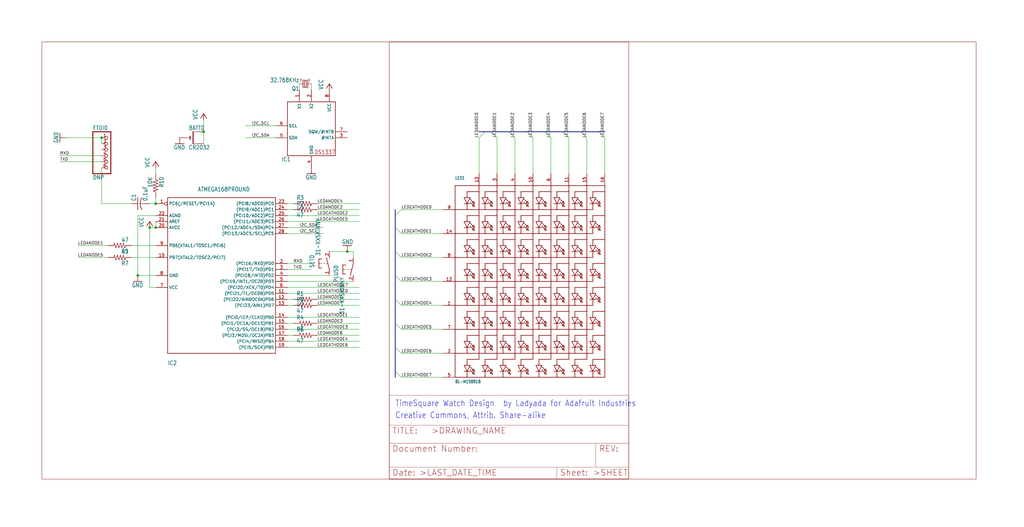
<source format=kicad_sch>
(kicad_sch (version 20211123) (generator eeschema)
  (paper "User" 434.34 223.571)
  (lib_symbols
    (symbol "schematicEagle-eagle-import:31-XXSKINNY"
      (property "Reference" "S" (at -6.35 -1.905 90))
      (property "Value" "31-XXSKINNY" (at -3.81 3.175 90))
      (symbol "31-XXSKINNY_1_0"
        (pin passive line (at 0 -5.08 90) (length 2.54) (name "P") (number "1"))
        (pin passive line (at 0 5.08 270) (length 2.54) (name "S") (number "2"))
      )
    )
    (symbol "schematicEagle-eagle-import:ATMEGA168PROUND"
      (property "Reference" "IC" (at -17.78 -40.64 0))
      (property "Value" "ATMEGA168PROUND" (at -5.08 33.02 0))
      (symbol "ATMEGA168PROUND_1_0"
        (pin bidirectional inverted (at -22.86 27.94 0) (length 5.08) (name "PC6(/RESET/PCI14)") (number "1"))
        (pin bidirectional line (at -22.86 5.08 0) (length 5.08) (name "PB7(XTAL2/TOSC2/PCI7)") (number "10"))
        (pin bidirectional line (at 33.02 -10.16 180) (length 5.08) (name "(PCI21/T1/OC0B)PD5") (number "11"))
        (pin bidirectional line (at 33.02 -12.7 180) (length 5.08) (name "(PCI22/AIN0OC0A)PD6") (number "12"))
        (pin bidirectional line (at 33.02 -15.24 180) (length 5.08) (name "(PCI23/AIN1)PD7") (number "13"))
        (pin bidirectional line (at 33.02 -20.32 180) (length 5.08) (name "(PCI0/ICP/CLKO)PB0") (number "14"))
        (pin bidirectional line (at 33.02 -22.86 180) (length 5.08) (name "(PCI1/OC1A/OC1S)PB1") (number "15"))
        (pin bidirectional line (at 33.02 -25.4 180) (length 5.08) (name "(PCI2/SS/OC1B)PB2") (number "16"))
        (pin bidirectional line (at 33.02 -27.94 180) (length 5.08) (name "(PCI3/MOSI/OC2A)PB3") (number "17"))
        (pin bidirectional line (at 33.02 -30.48 180) (length 5.08) (name "(PCI4/MISO)PB4") (number "18"))
        (pin bidirectional line (at 33.02 -33.02 180) (length 5.08) (name "(PCI5/SCK)PB5") (number "19"))
        (pin bidirectional line (at 33.02 2.54 180) (length 5.08) (name "(PCI16/RXD)PD0") (number "2"))
        (pin bidirectional line (at -22.86 17.78 0) (length 5.08) (name "AVCC") (number "20"))
        (pin bidirectional line (at -22.86 20.32 0) (length 5.08) (name "AREF") (number "21"))
        (pin bidirectional line (at -22.86 22.86 0) (length 5.08) (name "AGND") (number "22"))
        (pin bidirectional line (at 33.02 27.94 180) (length 5.08) (name "(PCI8/ADC0)PC0") (number "23"))
        (pin bidirectional line (at 33.02 25.4 180) (length 5.08) (name "(PCI9/ADC1)PC1") (number "24"))
        (pin bidirectional line (at 33.02 22.86 180) (length 5.08) (name "(PCI10/ADC2)PC2") (number "25"))
        (pin bidirectional line (at 33.02 20.32 180) (length 5.08) (name "(PCI11/ADC3)PC3") (number "26"))
        (pin bidirectional line (at 33.02 17.78 180) (length 5.08) (name "(PCI12/ADC4/SDA)PC4") (number "27"))
        (pin bidirectional line (at 33.02 15.24 180) (length 5.08) (name "(PCI13/ADC5/SCL)PC5") (number "28"))
        (pin bidirectional line (at 33.02 0 180) (length 5.08) (name "(PCI17/TXD)PD1") (number "3"))
        (pin bidirectional line (at 33.02 -2.54 180) (length 5.08) (name "(PCI18/INT0)PD2") (number "4"))
        (pin bidirectional line (at 33.02 -5.08 180) (length 5.08) (name "(PCI19/INT1/OC2B)PD3") (number "5"))
        (pin bidirectional line (at 33.02 -7.62 180) (length 5.08) (name "(PCI20/XCK/T0)PD4") (number "6"))
        (pin bidirectional line (at -22.86 -7.62 0) (length 5.08) (name "VCC") (number "7"))
        (pin bidirectional line (at -22.86 -2.54 0) (length 5.08) (name "GND") (number "8"))
        (pin bidirectional line (at -22.86 10.16 0) (length 5.08) (name "PB6(XTAL1/TOSC1/PCI6)") (number "9"))
      )
    )
    (symbol "schematicEagle-eagle-import:C-US025-025X050"
      (property "Reference" "C" (at 1.016 0.635 0))
      (property "Value" "C-US025-025X050" (at 1.016 -4.191 0))
      (symbol "C-US025-025X050_1_0"
        (pin passive line (at 0 2.54 270) (length 2.54) (name "1") (number "1"))
        (pin passive line (at 0 -5.08 90) (length 2.54) (name "2") (number "2"))
      )
    )
    (symbol "schematicEagle-eagle-import:CR2032THM"
      (property "Value" "CR2032THM" (at -1.27 -5.08 0))
      (symbol "CR2032THM_1_0"
        (pin passive line (at 5.08 2.54 180) (length 2.54) (name "+") (number "+1"))
        (pin passive line (at 5.08 -2.54 180) (length 2.54) (name "+1") (number "+2"))
        (pin passive line (at -5.08 0 0) (length 2.54) (name "-") (number "-"))
      )
    )
    (symbol "schematicEagle-eagle-import:CRYSTALTC38H"
      (property "Reference" "Q" (at 2.54 1.016 0))
      (property "Value" "CRYSTALTC38H" (at 2.54 -2.54 0))
      (symbol "CRYSTALTC38H_1_0"
        (text "1" (at -2.159 -1.143 0) (effects (font (size 0.8636 0.734)) (justify left bottom)))
        (text "2" (at 1.524 -1.143 0) (effects (font (size 0.8636 0.734)) (justify left bottom)))
        (pin passive line (at -2.54 0 0) (length 0) (name "1") (number "1"))
        (pin passive line (at 2.54 0 180) (length 0) (name "2") (number "2"))
      )
    )
    (symbol "schematicEagle-eagle-import:DS1337"
      (symbol "DS1337_1_0"
        (text "DS1337" (at 10.16 -10.16 0) (effects (font (size 1.778 1.5113)) (justify right top)))
        (pin passive line (at -5.08 15.24 270) (length 5.08) (name "X1") (number "1"))
        (pin passive line (at 0 15.24 270) (length 5.08) (name "X2") (number "2"))
        (pin output line (at 15.24 -5.08 180) (length 5.08) (name "#INTA") (number "3"))
        (pin power_in line (at 0 -17.78 90) (length 5.08) (name "GND") (number "4"))
        (pin bidirectional line (at -15.24 -5.08 0) (length 5.08) (name "SDA") (number "5"))
        (pin bidirectional line (at -15.24 0 0) (length 5.08) (name "SCL") (number "6"))
        (pin output line (at 15.24 -2.54 180) (length 5.08) (name "SQW/#INTB") (number "7"))
        (pin power_in line (at 7.62 15.24 270) (length 5.08) (name "VCC") (number "8"))
      )
    )
    (symbol "schematicEagle-eagle-import:GND" (power)
      (property "Value" "GND" (at -2.54 -2.54 0))
      (symbol "GND_1_0"
        (pin power_in line (at 0 2.54 270) (length 2.54) (name "GND") (number "1"))
      )
    )
    (symbol "schematicEagle-eagle-import:LETTER_L"
      (symbol "LETTER_L_2_0"
        (text ">DRAWING_NAME" (at 17.78 19.05 0) (effects (font (size 2.54 2.54)) (justify left bottom)))
        (text ">LAST_DATE_TIME" (at 12.7 1.27 0) (effects (font (size 2.54 2.54)) (justify left bottom)))
        (text ">SHEET" (at 86.36 1.27 0) (effects (font (size 2.54 2.54)) (justify left bottom)))
        (text "Date:" (at 1.27 1.27 0) (effects (font (size 2.54 2.54)) (justify left bottom)))
        (text "Document Number:" (at 1.27 11.43 0) (effects (font (size 2.54 2.54)) (justify left bottom)))
        (text "REV:" (at 88.9 11.43 0) (effects (font (size 2.54 2.54)) (justify left bottom)))
        (text "Sheet:" (at 72.39 1.27 0) (effects (font (size 2.54 2.54)) (justify left bottom)))
        (text "TITLE:" (at 1.27 19.05 0) (effects (font (size 2.54 2.54)) (justify left bottom)))
      )
    )
    (symbol "schematicEagle-eagle-import:PINHD-1X6CLEAN"
      (property "Reference" "JP" (at -6.35 10.795 0))
      (property "Value" "PINHD-1X6CLEAN" (at -6.35 -10.16 0))
      (symbol "PINHD-1X6CLEAN_1_0"
        (pin passive inverted (at -2.54 7.62 0) (length 2.54) (name "1") (number "1"))
        (pin passive inverted (at -2.54 5.08 0) (length 2.54) (name "2") (number "2"))
        (pin passive inverted (at -2.54 2.54 0) (length 2.54) (name "3") (number "3"))
        (pin passive inverted (at -2.54 0 0) (length 2.54) (name "4") (number "4"))
        (pin passive inverted (at -2.54 -2.54 0) (length 2.54) (name "5") (number "5"))
        (pin passive inverted (at -2.54 -5.08 0) (length 2.54) (name "6") (number "6"))
      )
    )
    (symbol "schematicEagle-eagle-import:R-US_0204{slash}7"
      (property "Reference" "R" (at -3.81 1.4986 0))
      (property "Value" "R-US_0204{slash}7" (at -3.81 -3.302 0))
      (symbol "R-US_0204{slash}7_1_0"
        (pin passive line (at -5.08 0 0) (length 2.54) (name "1") (number "1"))
        (pin passive line (at 5.08 0 180) (length 2.54) (name "2") (number "2"))
      )
    )
    (symbol "schematicEagle-eagle-import:SEGMENT_8X8_ROWCATHODEBL-M15"
      (property "Reference" "LED" (at -33.02 45.72 0))
      (property "Value" "SEGMENT_8X8_ROWCATHODEBL-M15" (at -33.02 -40.64 0))
      (symbol "SEGMENT_8X8_ROWCATHODEBL-M15_1_0"
        (pin bidirectional line (at -38.1 -7.62 0) (length 5.08) (name "K5") (number "1"))
        (pin bidirectional line (at 0 48.26 270) (length 5.08) (name "A4") (number "10"))
        (pin bidirectional line (at 15.24 48.26 270) (length 5.08) (name "A6") (number "11"))
        (pin bidirectional line (at -38.1 2.54 0) (length 5.08) (name "K4") (number "12"))
        (pin bidirectional line (at -22.86 48.26 270) (length 5.08) (name "A1") (number "13"))
        (pin bidirectional line (at -38.1 22.86 0) (length 5.08) (name "K2") (number "14"))
        (pin bidirectional line (at 22.86 48.26 270) (length 5.08) (name "A7") (number "15"))
        (pin bidirectional line (at 30.48 48.26 270) (length 5.08) (name "A8") (number "16"))
        (pin bidirectional line (at -38.1 -27.94 0) (length 5.08) (name "K7") (number "2"))
        (pin bidirectional line (at -15.24 48.26 270) (length 5.08) (name "A2") (number "3"))
        (pin bidirectional line (at -7.62 48.26 270) (length 5.08) (name "A3") (number "4"))
        (pin bidirectional line (at -38.1 -38.1 0) (length 5.08) (name "K8") (number "5"))
        (pin bidirectional line (at 7.62 48.26 270) (length 5.08) (name "A5") (number "6"))
        (pin bidirectional line (at -38.1 -17.78 0) (length 5.08) (name "K6") (number "7"))
        (pin bidirectional line (at -38.1 12.7 0) (length 5.08) (name "K3") (number "8"))
        (pin bidirectional line (at -38.1 33.02 0) (length 5.08) (name "K1") (number "9"))
      )
    )
    (symbol "schematicEagle-eagle-import:VCC" (power)
      (property "Value" "VCC" (at -2.54 -2.54 90))
      (symbol "VCC_1_0"
        (pin power_in line (at 0 -2.54 90) (length 2.54) (name "VCC") (number "1"))
      )
    )
  )
  (junction (at 43.18 58.42))
  (junction (at 63.5 96.52))
  (junction (at 147.32 106.68))
  (junction (at 86.36 55.88))
  (junction (at 58.42 116.84))
  (junction (at 66.04 96.52))
  (junction (at 66.04 86.36))
  (bus_entry (at 170.18 109.22) (size -2.54 -2.54))
  (bus_entry (at 170.18 160.02) (size -2.54 -2.54))
  (bus_entry (at 218.44 58.42) (size -2.54 -2.54))
  (bus_entry (at 170.18 99.06) (size -2.54 -2.54))
  (bus_entry (at 226.06 58.42) (size -2.54 -2.54))
  (bus_entry (at 170.18 139.7) (size -2.54 -2.54))
  (bus_entry (at 248.92 58.42) (size -2.54 -2.54))
  (bus_entry (at 210.82 58.42) (size -2.54 -2.54))
  (bus_entry (at 170.18 88.9) (size -2.54 2.54))
  (bus_entry (at 233.68 58.42) (size -2.54 -2.54))
  (bus_entry (at 203.2 58.42) (size 2.54 -2.54))
  (bus_entry (at 170.18 129.54) (size -2.54 -2.54))
  (bus_entry (at 241.3 58.42) (size -2.54 -2.54))
  (bus_entry (at 256.54 58.42) (size -2.54 -2.54))
  (bus_entry (at 170.18 149.86) (size -2.54 -2.54))
  (bus_entry (at 170.18 119.38) (size -2.54 -2.54))
  (wire (pts (xy 121.92 114.3) (xy 132.08 114.3)))
  (wire (pts (xy 63.5 96.52) (xy 63.5 121.92)))
  (wire (pts (xy 58.42 116.84) (xy 66.04 116.84)))
  (wire (pts (xy 124.46 88.9) (xy 121.92 88.9)))
  (wire (pts (xy 203.2 58.42) (xy 203.2 73.66)))
  (wire (pts (xy 170.18 119.38) (xy 187.96 119.38)))
  (bus (pts (xy 167.64 88.9) (xy 167.64 91.44)))
  (wire (pts (xy 121.92 111.76) (xy 132.08 111.76)))
  (wire (pts (xy 121.92 93.98) (xy 152.4 93.98)))
  (wire (pts (xy 170.18 129.54) (xy 187.96 129.54)))
  (wire (pts (xy 43.18 60.96) (xy 43.18 58.42)))
  (wire (pts (xy 45.72 104.14) (xy 33.02 104.14)))
  (wire (pts (xy 121.92 91.44) (xy 152.4 91.44)))
  (wire (pts (xy 121.92 137.16) (xy 124.46 137.16)))
  (wire (pts (xy 170.18 88.9) (xy 187.96 88.9)))
  (wire (pts (xy 132.08 35.56) (xy 132.08 38.1)))
  (wire (pts (xy 149.86 106.68) (xy 149.86 109.22)))
  (wire (pts (xy 226.06 58.42) (xy 226.06 73.66)))
  (wire (pts (xy 63.5 121.92) (xy 66.04 121.92)))
  (wire (pts (xy 134.62 127) (xy 152.4 127)))
  (bus (pts (xy 203.2 55.88) (xy 205.74 55.88)))
  (wire (pts (xy 134.62 86.36) (xy 152.4 86.36)))
  (wire (pts (xy 170.18 99.06) (xy 187.96 99.06)))
  (wire (pts (xy 124.46 142.24) (xy 121.92 142.24)))
  (wire (pts (xy 66.04 96.52) (xy 63.5 96.52)))
  (wire (pts (xy 63.5 86.36) (xy 66.04 86.36)))
  (wire (pts (xy 218.44 58.42) (xy 218.44 73.66)))
  (wire (pts (xy 58.42 91.44) (xy 66.04 91.44)))
  (bus (pts (xy 254 55.88) (xy 256.54 55.88)))
  (bus (pts (xy 167.64 116.84) (xy 167.64 127)))
  (wire (pts (xy 124.46 86.36) (xy 121.92 86.36)))
  (wire (pts (xy 55.88 104.14) (xy 66.04 104.14)))
  (wire (pts (xy 121.92 116.84) (xy 139.7 116.84)))
  (wire (pts (xy 43.18 86.36) (xy 55.88 86.36)))
  (wire (pts (xy 121.92 124.46) (xy 152.4 124.46)))
  (wire (pts (xy 170.18 160.02) (xy 187.96 160.02)))
  (wire (pts (xy 66.04 93.98) (xy 66.04 96.52)))
  (wire (pts (xy 170.18 139.7) (xy 187.96 139.7)))
  (wire (pts (xy 121.92 99.06) (xy 137.16 99.06)))
  (wire (pts (xy 43.18 66.04) (xy 25.4 66.04)))
  (bus (pts (xy 238.76 55.88) (xy 246.38 55.88)))
  (wire (pts (xy 121.92 144.78) (xy 152.4 144.78)))
  (wire (pts (xy 127 35.56) (xy 127 38.1)))
  (wire (pts (xy 121.92 96.52) (xy 137.16 96.52)))
  (wire (pts (xy 43.18 71.12) (xy 43.18 86.36)))
  (wire (pts (xy 121.92 134.62) (xy 152.4 134.62)))
  (bus (pts (xy 167.64 127) (xy 167.64 137.16)))
  (wire (pts (xy 86.36 55.88) (xy 86.36 60.96)))
  (wire (pts (xy 86.36 50.8) (xy 86.36 55.88)))
  (wire (pts (xy 27.94 58.42) (xy 43.18 58.42)))
  (wire (pts (xy 241.3 58.42) (xy 241.3 73.66)))
  (bus (pts (xy 231.14 55.88) (xy 238.76 55.88)))
  (wire (pts (xy 248.92 58.42) (xy 248.92 73.66)))
  (wire (pts (xy 58.42 91.44) (xy 58.42 116.84)))
  (wire (pts (xy 134.62 88.9) (xy 152.4 88.9)))
  (wire (pts (xy 121.92 139.7) (xy 152.4 139.7)))
  (bus (pts (xy 167.64 137.16) (xy 167.64 147.32)))
  (wire (pts (xy 66.04 73.66) (xy 66.04 71.12)))
  (bus (pts (xy 208.28 55.88) (xy 215.9 55.88)))
  (wire (pts (xy 45.72 109.22) (xy 33.02 109.22)))
  (wire (pts (xy 256.54 58.42) (xy 256.54 73.66)))
  (bus (pts (xy 223.52 55.88) (xy 231.14 55.88)))
  (wire (pts (xy 170.18 149.86) (xy 187.96 149.86)))
  (wire (pts (xy 134.62 142.24) (xy 152.4 142.24)))
  (wire (pts (xy 210.82 58.42) (xy 210.82 73.66)))
  (bus (pts (xy 205.74 55.88) (xy 208.28 55.88)))
  (wire (pts (xy 139.7 106.68) (xy 147.32 106.68)))
  (wire (pts (xy 233.68 58.42) (xy 233.68 73.66)))
  (wire (pts (xy 124.46 129.54) (xy 121.92 129.54)))
  (bus (pts (xy 167.64 106.68) (xy 167.64 116.84)))
  (wire (pts (xy 66.04 83.82) (xy 66.04 86.36)))
  (wire (pts (xy 124.46 127) (xy 121.92 127)))
  (wire (pts (xy 121.92 147.32) (xy 152.4 147.32)))
  (wire (pts (xy 121.92 121.92) (xy 152.4 121.92)))
  (wire (pts (xy 121.92 119.38) (xy 149.86 119.38)))
  (bus (pts (xy 167.64 96.52) (xy 167.64 106.68)))
  (wire (pts (xy 147.32 106.68) (xy 149.86 106.68)))
  (wire (pts (xy 170.18 109.22) (xy 187.96 109.22)))
  (wire (pts (xy 116.84 58.42) (xy 104.14 58.42)))
  (bus (pts (xy 246.38 55.88) (xy 254 55.88)))
  (wire (pts (xy 134.62 137.16) (xy 152.4 137.16)))
  (bus (pts (xy 167.64 157.48) (xy 167.64 160.02)))
  (bus (pts (xy 167.64 147.32) (xy 167.64 157.48)))
  (wire (pts (xy 116.84 53.34) (xy 104.14 53.34)))
  (wire (pts (xy 134.62 129.54) (xy 152.4 129.54)))
  (wire (pts (xy 66.04 109.22) (xy 55.88 109.22)))
  (wire (pts (xy 43.18 68.58) (xy 25.4 68.58)))
  (bus (pts (xy 215.9 55.88) (xy 223.52 55.88)))
  (bus (pts (xy 167.64 91.44) (xy 167.64 96.52)))
  (text "by Ladyada for Adafruit Industries" (at 213.36 172.72 180) (effects (font (size 2.54 2.159)) (justify left bottom)))
  (text "Creative Commons, Attrib. Share-alike" (at 167.64 177.8 180) (effects (font (size 2.54 2.159)) (justify left bottom)))
  (text "TimeSquare Watch Design" (at 167.64 172.72 180) (effects (font (size 2.54 2.159)) (justify left bottom)))
  (label "RXD" (at 25.4 66.04 0) (effects (font (size 1.2446 1.2446))))
  (label "LEDCATHODE4" (at 134.62 144.78 0) (effects (font (size 1.2446 1.2446))))
  (label "LEDCATHODE6" (at 170.18 149.86 0) (effects (font (size 1.2446 1.2446))))
  (label "LEDANODE7" (at 256.54 58.42 90) (effects (font (size 1.2446 1.2446))))
  (label "I2C_SCL" (at 106.68 53.34 0) (effects (font (size 1.2446 1.2446))))
  (label "LEDANODE5" (at 33.02 109.22 0) (effects (font (size 1.2446 1.2446))))
  (label "LEDANODE2" (at 134.62 88.9 0) (effects (font (size 1.2446 1.2446))))
  (label "TXD" (at 25.4 68.58 0) (effects (font (size 1.2446 1.2446))))
  (label "LEDANODE6" (at 134.62 142.24 0) (effects (font (size 1.2446 1.2446))))
  (label "LEDCATHODE7" (at 134.62 121.92 0) (effects (font (size 1.2446 1.2446))))
  (label "LEDCATHODE1" (at 170.18 99.06 0) (effects (font (size 1.2446 1.2446))))
  (label "LEDANODE5" (at 241.3 58.42 90) (effects (font (size 1.2446 1.2446))))
  (label "LEDCATHODE0" (at 134.62 124.46 0) (effects (font (size 1.2446 1.2446))))
  (label "LEDANODE3" (at 134.62 137.16 0) (effects (font (size 1.2446 1.2446))))
  (label "LEDANODE3" (at 226.06 58.42 90) (effects (font (size 1.2446 1.2446))))
  (label "LEDCATHODE2" (at 170.18 109.22 0) (effects (font (size 1.2446 1.2446))))
  (label "LEDCATHODE4" (at 170.18 129.54 0) (effects (font (size 1.2446 1.2446))))
  (label "LEDANODE0" (at 134.62 127 0) (effects (font (size 1.2446 1.2446))))
  (label "LEDCATHODE0" (at 170.18 88.9 0) (effects (font (size 1.2446 1.2446))))
  (label "LEDANODE1" (at 33.02 104.14 0) (effects (font (size 1.2446 1.2446))))
  (label "LEDANODE4" (at 134.62 86.36 0) (effects (font (size 1.2446 1.2446))))
  (label "LEDANODE2" (at 218.44 58.42 90) (effects (font (size 1.2446 1.2446))))
  (label "TXD" (at 124.46 114.3 0) (effects (font (size 1.2446 1.2446))))
  (label "LEDANODE7" (at 134.62 129.54 0) (effects (font (size 1.2446 1.2446))))
  (label "LEDCATHODE5" (at 170.18 139.7 0) (effects (font (size 1.2446 1.2446))))
  (label "RXD" (at 124.46 111.76 0) (effects (font (size 1.2446 1.2446))))
  (label "I2C_SDA" (at 106.68 58.42 0) (effects (font (size 1.2446 1.2446))))
  (label "LEDCATHODE6" (at 134.62 147.32 0) (effects (font (size 1.2446 1.2446))))
  (label "LEDANODE0" (at 203.2 58.42 90) (effects (font (size 1.2446 1.2446))))
  (label "LEDCATHODE3" (at 170.18 119.38 0) (effects (font (size 1.2446 1.2446))))
  (label "LEDCATHODE7" (at 170.18 160.02 0) (effects (font (size 1.2446 1.2446))))
  (label "LEDCATHODE5" (at 134.62 93.98 0) (effects (font (size 1.2446 1.2446))))
  (label "I2C_SCL" (at 127 99.06 0) (effects (font (size 1.2446 1.2446))))
  (label "LEDANODE4" (at 233.68 58.42 90) (effects (font (size 1.2446 1.2446))))
  (label "LEDCATHODE1" (at 134.62 134.62 0) (effects (font (size 1.2446 1.2446))))
  (label "LEDANODE6" (at 248.92 58.42 90) (effects (font (size 1.2446 1.2446))))
  (label "LEDCATHODE3" (at 134.62 139.7 0) (effects (font (size 1.2446 1.2446))))
  (label "LEDANODE1" (at 210.82 58.42 90) (effects (font (size 1.2446 1.2446))))
  (label "I2C_SDA" (at 127 96.52 0) (effects (font (size 1.2446 1.2446))))
  (label "LEDCATHODE2" (at 134.62 91.44 0) (effects (font (size 1.2446 1.2446))))
  (symbol (lib_id "schematicEagle-eagle-import:DS1337") (at 132.08 53.34 0) (unit 1)
    (property "Reference" "IC1" (at 119.38 68.58 0) (effects (font (size 1.778 1.5113)) (justify left bottom)))
    (property "Value" "DS1337" (effects hide))
    (property "Footprint" "schematicEagle:DIL08-ROUND" (effects hide))
  )
  (symbol (lib_id "schematicEagle-eagle-import:SEGMENT_8X8_ROWCATHODEBL-M15") (at 226.06 121.92 0) (unit 1)
    (property "Reference" "LED1" (at 193.04 76.2 0) (effects (font (size 1.27 1.0795)) (justify left bottom)))
    (property "Value" "BL-M15881B" (at 193.04 162.56 0) (effects (font (size 1.27 1.0795)) (justify left bottom)))
    (property "Footprint" "schematicEagle:SEGMENT_BL-M15A881" (effects hide))
  )
  (symbol (lib_id "schematicEagle-eagle-import:R-US_0204{slash}7") (at 129.54 88.9 0) (unit 1)
    (property "Reference" "R2" (at 125.73 87.4014 0) (effects (font (size 1.778 1.5113)) (justify left bottom)))
    (property "Value" "47" (at 125.73 92.202 0) (effects (font (size 1.778 1.5113)) (justify left bottom)))
    (property "Footprint" "schematicEagle:0204_7" (effects hide))
  )
  (symbol (lib_id "schematicEagle-eagle-import:GND") (at 25.4 58.42 270) (unit 1)
    (property "Reference" "#GND4" (effects hide))
    (property "Value" "GND" (at 22.86 55.88 0) (effects (font (size 1.778 1.5113)) (justify left bottom)))
    (property "Footprint" "schematicEagle:" (effects hide))
  )
  (symbol (lib_id "schematicEagle-eagle-import:VCC") (at 86.36 48.26 0) (unit 1)
    (property "Reference" "#P+5" (effects hide))
    (property "Value" "VCC" (at 83.82 50.8 90) (effects (font (size 1.778 1.5113)) (justify left bottom)))
    (property "Footprint" "schematicEagle:" (effects hide))
  )
  (symbol (lib_id "schematicEagle-eagle-import:VCC") (at 63.5 93.98 0) (unit 1)
    (property "Reference" "#P+2" (effects hide))
    (property "Value" "VCC" (at 60.96 96.52 90) (effects (font (size 1.778 1.5113)) (justify left bottom)))
    (property "Footprint" "schematicEagle:" (effects hide))
  )
  (symbol (lib_id "schematicEagle-eagle-import:LETTER_L") (at 17.78 203.2 0) (unit 1)
    (property "Reference" "#FRAME1" (effects hide))
    (property "Value" "LETTER_L" (effects hide))
    (property "Footprint" "schematicEagle:" (effects hide))
  )
  (symbol (lib_id "schematicEagle-eagle-import:R-US_0204{slash}7") (at 129.54 137.16 0) (unit 1)
    (property "Reference" "R4" (at 125.73 135.6614 0) (effects (font (size 1.778 1.5113)) (justify left bottom)))
    (property "Value" "47" (at 125.73 140.462 0) (effects (font (size 1.778 1.5113)) (justify left bottom)))
    (property "Footprint" "schematicEagle:0204_7" (effects hide))
  )
  (symbol (lib_id "schematicEagle-eagle-import:R-US_0204{slash}7") (at 50.8 104.14 180) (unit 1)
    (property "Reference" "R5" (at 54.61 105.6386 0) (effects (font (size 1.778 1.5113)) (justify left bottom)))
    (property "Value" "47" (at 54.61 100.838 0) (effects (font (size 1.778 1.5113)) (justify left bottom)))
    (property "Footprint" "schematicEagle:0204_7" (effects hide))
  )
  (symbol (lib_id "schematicEagle-eagle-import:GND") (at 132.08 73.66 0) (unit 1)
    (property "Reference" "#GND3" (effects hide))
    (property "Value" "GND" (at 129.54 76.2 0) (effects (font (size 1.778 1.5113)) (justify left bottom)))
    (property "Footprint" "schematicEagle:" (effects hide))
  )
  (symbol (lib_id "schematicEagle-eagle-import:C-US025-025X050") (at 58.42 86.36 90) (unit 1)
    (property "Reference" "C1" (at 57.785 85.344 0) (effects (font (size 1.778 1.5113)) (justify left bottom)))
    (property "Value" "0.1uF" (at 62.611 85.344 0) (effects (font (size 1.778 1.5113)) (justify left bottom)))
    (property "Footprint" "schematicEagle:C025-025X050" (effects hide))
  )
  (symbol (lib_id "schematicEagle-eagle-import:R-US_0204{slash}7") (at 66.04 78.74 270) (unit 1)
    (property "Reference" "R10" (at 67.5386 74.93 0) (effects (font (size 1.778 1.5113)) (justify left bottom)))
    (property "Value" "10K" (at 62.738 74.93 0) (effects (font (size 1.778 1.5113)) (justify left bottom)))
    (property "Footprint" "schematicEagle:0204_7" (effects hide))
  )
  (symbol (lib_id "schematicEagle-eagle-import:R-US_0204{slash}7") (at 129.54 142.24 0) (unit 1)
    (property "Reference" "R6" (at 125.73 140.7414 0) (effects (font (size 1.778 1.5113)) (justify left bottom)))
    (property "Value" "47" (at 125.73 145.542 0) (effects (font (size 1.778 1.5113)) (justify left bottom)))
    (property "Footprint" "schematicEagle:0204_7" (effects hide))
  )
  (symbol (lib_id "schematicEagle-eagle-import:PINHD-1X6CLEAN") (at 45.72 66.04 0) (unit 1)
    (property "Reference" "FTDI0" (at 39.37 55.245 0) (effects (font (size 1.778 1.5113)) (justify left bottom)))
    (property "Value" "DNP" (at 39.37 76.2 0) (effects (font (size 1.778 1.5113)) (justify left bottom)))
    (property "Footprint" "schematicEagle:1X06-CLEAN" (effects hide))
  )
  (symbol (lib_id "schematicEagle-eagle-import:GND") (at 58.42 119.38 0) (unit 1)
    (property "Reference" "#GND1" (effects hide))
    (property "Value" "GND" (at 55.88 121.92 0) (effects (font (size 1.778 1.5113)) (justify left bottom)))
    (property "Footprint" "schematicEagle:" (effects hide))
  )
  (symbol (lib_id "schematicEagle-eagle-import:ATMEGA168PROUND") (at 88.9 114.3 0) (unit 1)
    (property "Reference" "IC2" (at 71.12 154.94 0) (effects (font (size 1.778 1.5113)) (justify left bottom)))
    (property "Value" "ATMEGA168PROUND" (at 83.82 81.28 0) (effects (font (size 1.778 1.5113)) (justify left bottom)))
    (property "Footprint" "schematicEagle:DIL28-3-ROUND" (effects hide))
  )
  (symbol (lib_id "schematicEagle-eagle-import:R-US_0204{slash}7") (at 129.54 86.36 0) (unit 1)
    (property "Reference" "R3" (at 125.73 84.8614 0) (effects (font (size 1.778 1.5113)) (justify left bottom)))
    (property "Value" "47" (at 125.73 89.662 0) (effects (font (size 1.778 1.5113)) (justify left bottom)))
    (property "Footprint" "schematicEagle:0204_7" (effects hide))
  )
  (symbol (lib_id "schematicEagle-eagle-import:VCC") (at 66.04 68.58 0) (unit 1)
    (property "Reference" "#P+6" (effects hide))
    (property "Value" "VCC" (at 63.5 71.12 90) (effects (font (size 1.778 1.5113)) (justify left bottom)))
    (property "Footprint" "schematicEagle:" (effects hide))
  )
  (symbol (lib_id "schematicEagle-eagle-import:VCC") (at 139.7 35.56 0) (unit 1)
    (property "Reference" "#P+4" (effects hide))
    (property "Value" "VCC" (at 137.16 38.1 90) (effects (font (size 1.778 1.5113)) (justify left bottom)))
    (property "Footprint" "schematicEagle:" (effects hide))
  )
  (symbol (lib_id "schematicEagle-eagle-import:R-US_0204{slash}7") (at 129.54 127 0) (unit 1)
    (property "Reference" "R1" (at 125.73 125.5014 0) (effects (font (size 1.778 1.5113)) (justify left bottom)))
    (property "Value" "47" (at 125.73 130.302 0) (effects (font (size 1.778 1.5113)) (justify left bottom)))
    (property "Footprint" "schematicEagle:0204_7" (effects hide))
  )
  (symbol (lib_id "schematicEagle-eagle-import:CR2032THM") (at 81.28 58.42 0) (unit 1)
    (property "Reference" "BATT0" (at 80.01 55.245 0) (effects (font (size 1.778 1.5113)) (justify left bottom)))
    (property "Value" "CR2032" (at 80.01 63.5 0) (effects (font (size 1.778 1.5113)) (justify left bottom)))
    (property "Footprint" "schematicEagle:CR2032-THRU" (effects hide))
  )
  (symbol (lib_id "schematicEagle-eagle-import:LETTER_L") (at 165.1 203.2 0) (unit 2)
    (property "Reference" "#FRAME1" (effects hide))
    (property "Value" "LETTER_L" (effects hide))
    (property "Footprint" "schematicEagle:" (effects hide))
  )
  (symbol (lib_id "schematicEagle-eagle-import:31-XXSKINNY") (at 139.7 111.76 0) (unit 1)
    (property "Reference" "SET0" (at 133.35 113.665 90) (effects (font (size 1.778 1.5113)) (justify left bottom)))
    (property "Value" "31-XXSKINNY" (at 135.89 108.585 90) (effects (font (size 1.778 1.5113)) (justify left bottom)))
    (property "Footprint" "schematicEagle:B3F-31XX-SKINNIER" (effects hide))
  )
  (symbol (lib_id "schematicEagle-eagle-import:GND") (at 76.2 60.96 0) (unit 1)
    (property "Reference" "#GND5" (effects hide))
    (property "Value" "GND" (at 73.66 63.5 0) (effects (font (size 1.778 1.5113)) (justify left bottom)))
    (property "Footprint" "schematicEagle:" (effects hide))
  )
  (symbol (lib_id "schematicEagle-eagle-import:R-US_0204{slash}7") (at 129.54 129.54 0) (unit 1)
    (property "Reference" "R8" (at 125.73 128.0414 0) (effects (font (size 1.778 1.5113)) (justify left bottom)))
    (property "Value" "47" (at 125.73 132.842 0) (effects (font (size 1.778 1.5113)) (justify left bottom)))
    (property "Footprint" "schematicEagle:0204_7" (effects hide))
  )
  (symbol (lib_id "schematicEagle-eagle-import:GND") (at 147.32 104.14 180) (unit 1)
    (property "Reference" "#GND6" (effects hide))
    (property "Value" "GND" (at 149.86 101.6 0) (effects (font (size 1.778 1.5113)) (justify left bottom)))
    (property "Footprint" "schematicEagle:" (effects hide))
  )
  (symbol (lib_id "schematicEagle-eagle-import:CRYSTALTC38H") (at 129.54 35.56 180) (unit 1)
    (property "Reference" "Q1" (at 127 36.576 0) (effects (font (size 1.778 1.5113)) (justify left bottom)))
    (property "Value" "32.768KHz" (at 127 33.02 0) (effects (font (size 1.778 1.5113)) (justify left bottom)))
    (property "Footprint" "schematicEagle:TC38H" (effects hide))
  )
  (symbol (lib_id "schematicEagle-eagle-import:31-XXSKINNY") (at 149.86 114.3 0) (mirror x) (unit 1)
    (property "Reference" "PLUS0" (at 143.51 112.395 90) (effects (font (size 1.778 1.5113)) (justify left bottom)))
    (property "Value" "31-XXSKINNY" (at 146.05 117.475 90) (effects (font (size 1.778 1.5113)) (justify left bottom)))
    (property "Footprint" "schematicEagle:B3F-31XX-SKINNIER" (effects hide))
  )
  (symbol (lib_id "schematicEagle-eagle-import:R-US_0204{slash}7") (at 50.8 109.22 180) (unit 1)
    (property "Reference" "R7" (at 54.61 110.7186 0) (effects (font (size 1.778 1.5113)) (justify left bottom)))
    (property "Value" "47" (at 54.61 105.918 0) (effects (font (size 1.778 1.5113)) (justify left bottom)))
    (property "Footprint" "schematicEagle:0204_7" (effects hide))
  )
)
</source>
